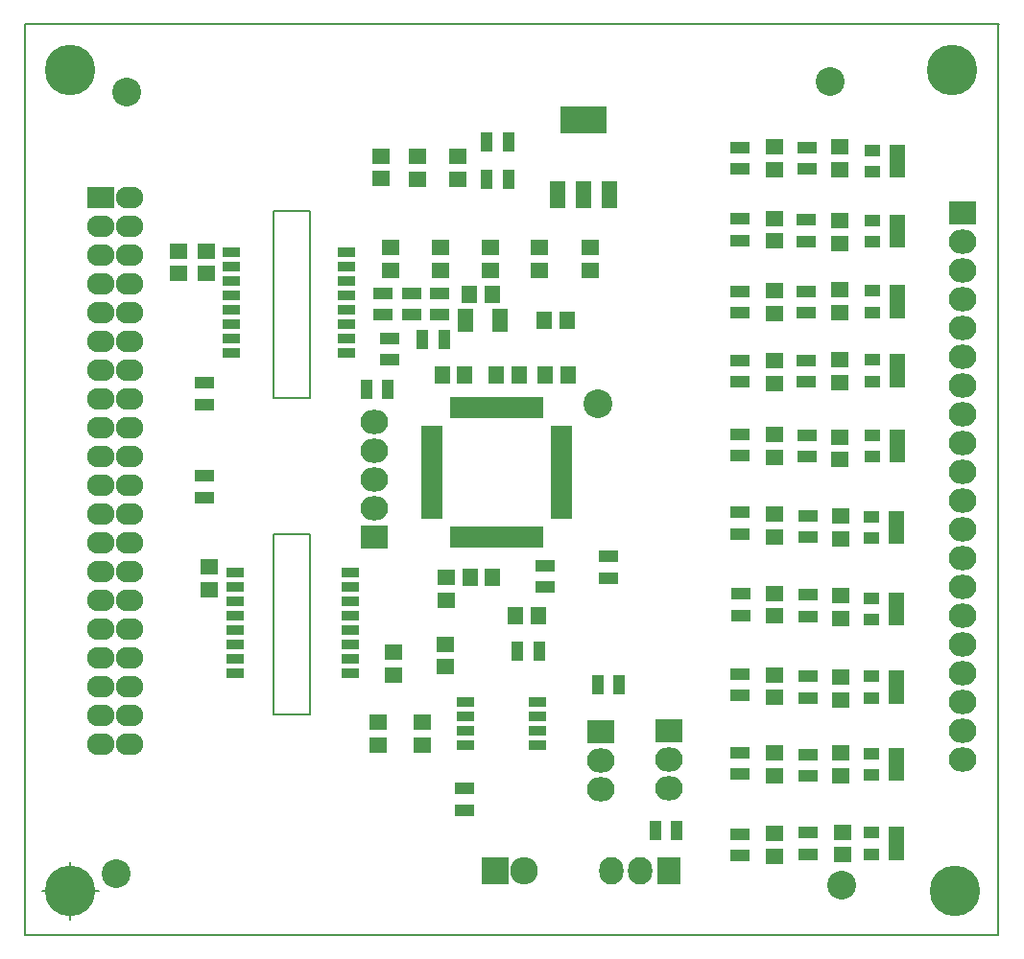
<source format=gbr>
G04 #@! TF.GenerationSoftware,KiCad,Pcbnew,(5.1.5)-3*
G04 #@! TF.CreationDate,2021-04-17T16:45:16-03:00*
G04 #@! TF.ProjectId,PonchoBiopotenciales,506f6e63-686f-4426-996f-706f74656e63,1.0*
G04 #@! TF.SameCoordinates,Original*
G04 #@! TF.FileFunction,Soldermask,Top*
G04 #@! TF.FilePolarity,Negative*
%FSLAX46Y46*%
G04 Gerber Fmt 4.6, Leading zero omitted, Abs format (unit mm)*
G04 Created by KiCad (PCBNEW (5.1.5)-3) date 2021-04-17 16:45:16*
%MOMM*%
%LPD*%
G04 APERTURE LIST*
%ADD10C,0.150000*%
%ADD11R,1.650000X1.400000*%
%ADD12R,2.400000X1.924000*%
%ADD13O,2.400000X1.924000*%
%ADD14R,2.432000X2.127200*%
%ADD15O,2.432000X2.127200*%
%ADD16R,1.543000X0.908000*%
%ADD17R,1.100000X1.700000*%
%ADD18R,1.400000X1.650000*%
%ADD19R,1.700000X1.100000*%
%ADD20R,1.460000X1.050000*%
%ADD21R,1.400000X2.000000*%
%ADD22R,2.127200X2.432000*%
%ADD23O,2.127200X2.432000*%
%ADD24C,2.540000*%
%ADD25C,4.464000*%
%ADD26R,1.900000X0.700000*%
%ADD27R,0.700000X1.900000*%
%ADD28R,4.057600X2.432000*%
%ADD29R,1.416000X2.432000*%
%ADD30R,2.432000X2.432000*%
%ADD31O,2.432000X2.432000*%
G04 APERTURE END LIST*
D10*
X125095000Y-84455000D02*
X121920000Y-84455000D01*
X125095000Y-100965000D02*
X125095000Y-84455000D01*
X121920000Y-100965000D02*
X125095000Y-100965000D01*
X121920000Y-98425000D02*
X121920000Y-100965000D01*
X121920000Y-84455000D02*
X121920000Y-98425000D01*
X125095000Y-113030000D02*
X121920000Y-113030000D01*
X125095000Y-128905000D02*
X125095000Y-113030000D01*
X124460000Y-128905000D02*
X125095000Y-128905000D01*
X121920000Y-128905000D02*
X124460000Y-128905000D01*
X121920000Y-113030000D02*
X121920000Y-128905000D01*
X105666666Y-144500000D02*
G75*
G03X105666666Y-144500000I-1666666J0D01*
G01*
X101500000Y-144500000D02*
X106500000Y-144500000D01*
X104000000Y-142000000D02*
X104000000Y-147000000D01*
X100015000Y-67920000D02*
X185880000Y-67920000D01*
X100015000Y-67920000D02*
X100015000Y-148420000D01*
X185875000Y-148420000D02*
X185875000Y-67920000D01*
X100010000Y-148420000D02*
X185875000Y-148420000D01*
D11*
X138200000Y-79650000D03*
X138200000Y-81650000D03*
D12*
X106680000Y-83320000D03*
D13*
X109220000Y-83320000D03*
X106680000Y-85860000D03*
X109220000Y-85860000D03*
X106680000Y-88400000D03*
X109220000Y-88400000D03*
X106680000Y-90940000D03*
X109220000Y-90940000D03*
X106680000Y-93480000D03*
X109220000Y-93480000D03*
X106680000Y-96020000D03*
X109220000Y-96020000D03*
X106680000Y-98560000D03*
X109220000Y-98560000D03*
X106680000Y-101100000D03*
X109220000Y-101100000D03*
X106680000Y-103640000D03*
X109220000Y-103640000D03*
X106680000Y-106180000D03*
X109220000Y-106180000D03*
X106680000Y-108720000D03*
X109220000Y-108720000D03*
X106680000Y-111260000D03*
X109220000Y-111260000D03*
X106680000Y-113800000D03*
X109220000Y-113800000D03*
X106680000Y-116340000D03*
X109220000Y-116340000D03*
X106680000Y-118880000D03*
X109220000Y-118880000D03*
X106680000Y-121420000D03*
X109220000Y-121420000D03*
X106680000Y-123960000D03*
X109220000Y-123960000D03*
X106680000Y-126500000D03*
X109220000Y-126500000D03*
X106680000Y-129040000D03*
X109220000Y-129040000D03*
X106680000Y-131580000D03*
X109220000Y-131580000D03*
D14*
X156770000Y-130400000D03*
D15*
X156770000Y-132940000D03*
X156770000Y-135480000D03*
D16*
X118500000Y-116375000D03*
X118500000Y-117645000D03*
X118500000Y-118915000D03*
X118500000Y-120185000D03*
X118500000Y-121455000D03*
X118500000Y-122725000D03*
X118500000Y-123995000D03*
X118500000Y-125265000D03*
X128660000Y-125265000D03*
X128660000Y-123995000D03*
X128660000Y-122725000D03*
X128660000Y-121455000D03*
X128660000Y-120185000D03*
X128660000Y-118915000D03*
X128660000Y-117645000D03*
X128660000Y-116375000D03*
D17*
X140750000Y-78350000D03*
X142650000Y-78350000D03*
D16*
X118200000Y-88075000D03*
X118200000Y-89345000D03*
X118200000Y-90615000D03*
X118200000Y-91885000D03*
X118200000Y-93155000D03*
X118200000Y-94425000D03*
X118200000Y-95695000D03*
X118200000Y-96965000D03*
X128360000Y-96965000D03*
X128360000Y-95695000D03*
X128360000Y-94425000D03*
X128360000Y-93155000D03*
X128360000Y-91885000D03*
X128360000Y-90615000D03*
X128360000Y-89345000D03*
X128360000Y-88075000D03*
D11*
X166080000Y-80820000D03*
X166080000Y-78820000D03*
X171880000Y-80820000D03*
X171880000Y-78820000D03*
X166080000Y-87120000D03*
X166080000Y-85120000D03*
X171880000Y-87320000D03*
X171880000Y-85320000D03*
X166080000Y-93520000D03*
X166080000Y-91520000D03*
X171880000Y-93420000D03*
X171880000Y-91420000D03*
X166080000Y-99720000D03*
X166080000Y-97720000D03*
X171880000Y-99620000D03*
X171880000Y-97620000D03*
X166080000Y-106220000D03*
X166080000Y-104220000D03*
X171880000Y-106420000D03*
X171880000Y-104420000D03*
X166080000Y-113220000D03*
X166080000Y-111220000D03*
X171980000Y-113420000D03*
X171980000Y-111420000D03*
X166080000Y-120220000D03*
X166080000Y-118220000D03*
X171980000Y-120420000D03*
X171980000Y-118420000D03*
X166080000Y-127420000D03*
X166080000Y-125420000D03*
X171980000Y-127620000D03*
X171980000Y-125620000D03*
X166080000Y-134320000D03*
X166080000Y-132320000D03*
X171980000Y-134320000D03*
X171980000Y-132320000D03*
D18*
X145780000Y-94120000D03*
X147780000Y-94120000D03*
X141580000Y-98920000D03*
X143580000Y-98920000D03*
X141200000Y-91800000D03*
X139200000Y-91800000D03*
X138780000Y-98920000D03*
X136780000Y-98920000D03*
D11*
X137140000Y-118820000D03*
X137140000Y-116820000D03*
D18*
X141250000Y-116820000D03*
X139250000Y-116820000D03*
D11*
X131380000Y-79620000D03*
X131380000Y-81620000D03*
X134650000Y-79650000D03*
X134650000Y-81650000D03*
X145380000Y-87720000D03*
X145380000Y-89720000D03*
X149880000Y-87720000D03*
X149880000Y-89720000D03*
X132280000Y-87720000D03*
X132280000Y-89720000D03*
X136680000Y-87720000D03*
X136680000Y-89720000D03*
X141080000Y-87720000D03*
X141080000Y-89720000D03*
D19*
X163080000Y-78870000D03*
X163080000Y-80770000D03*
X168980000Y-80770000D03*
X168980000Y-78870000D03*
X163080000Y-87070000D03*
X163080000Y-85170000D03*
X168880000Y-87170000D03*
X168880000Y-85270000D03*
X163080000Y-91570000D03*
X163080000Y-93470000D03*
X168880000Y-93470000D03*
X168880000Y-91570000D03*
X163080000Y-99570000D03*
X163080000Y-97670000D03*
X168880000Y-99570000D03*
X168880000Y-97670000D03*
X163080000Y-104170000D03*
X163080000Y-106070000D03*
X168980000Y-106170000D03*
X168980000Y-104270000D03*
X163080000Y-112970000D03*
X163080000Y-111070000D03*
X169080000Y-113270000D03*
X169080000Y-111370000D03*
X163180000Y-118270000D03*
X163180000Y-120170000D03*
X169080000Y-120270000D03*
X169080000Y-118370000D03*
X163080000Y-127270000D03*
X163080000Y-125370000D03*
X169080000Y-127470000D03*
X169080000Y-125570000D03*
X163080000Y-132270000D03*
X163080000Y-134170000D03*
X169080000Y-134370000D03*
X169080000Y-132470000D03*
D20*
X176930000Y-81020000D03*
X176930000Y-80070000D03*
X176930000Y-79120000D03*
X174730000Y-79120000D03*
X174730000Y-81020000D03*
X176930000Y-87220000D03*
X176930000Y-86270000D03*
X176930000Y-85320000D03*
X174730000Y-85320000D03*
X174730000Y-87220000D03*
X176930000Y-93420000D03*
X176930000Y-92470000D03*
X176930000Y-91520000D03*
X174730000Y-91520000D03*
X174730000Y-93420000D03*
X176930000Y-99520000D03*
X176930000Y-98570000D03*
X176930000Y-97620000D03*
X174730000Y-97620000D03*
X174730000Y-99520000D03*
X176980000Y-106170000D03*
X176980000Y-105220000D03*
X176980000Y-104270000D03*
X174780000Y-104270000D03*
X174780000Y-106170000D03*
X176880000Y-113370000D03*
X176880000Y-112420000D03*
X176880000Y-111470000D03*
X174680000Y-111470000D03*
X174680000Y-113370000D03*
X176880000Y-120570000D03*
X176880000Y-119620000D03*
X176880000Y-118670000D03*
X174680000Y-118670000D03*
X174680000Y-120570000D03*
X176880000Y-127470000D03*
X176880000Y-126520000D03*
X176880000Y-125570000D03*
X174680000Y-125570000D03*
X174680000Y-127470000D03*
X176880000Y-134270000D03*
X176880000Y-133320000D03*
X176880000Y-132370000D03*
X174680000Y-132370000D03*
X174680000Y-134270000D03*
D21*
X141880000Y-94120000D03*
X138880000Y-94120000D03*
D18*
X145280000Y-120220000D03*
X143280000Y-120220000D03*
D11*
X131180000Y-131620000D03*
X131180000Y-129620000D03*
D18*
X147880000Y-98920000D03*
X145880000Y-98920000D03*
D11*
X132480000Y-123420000D03*
X132480000Y-125420000D03*
X135000000Y-129600000D03*
X135000000Y-131600000D03*
D22*
X156780000Y-142720000D03*
D23*
X154240000Y-142720000D03*
X151700000Y-142720000D03*
D14*
X150780000Y-130420000D03*
D15*
X150780000Y-132960000D03*
X150780000Y-135500000D03*
D19*
X145880000Y-117670000D03*
X145880000Y-115770000D03*
D17*
X145330000Y-123320000D03*
X143430000Y-123320000D03*
D19*
X138780000Y-135470000D03*
X138780000Y-137370000D03*
X151480000Y-116870000D03*
X151480000Y-114970000D03*
D17*
X150530000Y-126320000D03*
X152430000Y-126320000D03*
X157470000Y-139180000D03*
X155570000Y-139180000D03*
D11*
X172080000Y-141320000D03*
X172080000Y-139320000D03*
X166080000Y-141420000D03*
X166080000Y-139420000D03*
D19*
X169080000Y-139370000D03*
X169080000Y-141270000D03*
X163080000Y-139470000D03*
X163080000Y-141370000D03*
D14*
X182680000Y-84620000D03*
D15*
X182680000Y-87160000D03*
X182680000Y-89700000D03*
X182680000Y-92240000D03*
X182680000Y-94780000D03*
X182680000Y-97320000D03*
X182680000Y-99860000D03*
X182680000Y-102400000D03*
X182680000Y-104940000D03*
X182680000Y-107480000D03*
X182680000Y-110020000D03*
X182680000Y-112560000D03*
X182680000Y-115100000D03*
X182680000Y-117640000D03*
X182680000Y-120180000D03*
X182680000Y-122720000D03*
X182680000Y-125260000D03*
X182680000Y-127800000D03*
X182680000Y-130340000D03*
X182680000Y-132880000D03*
D20*
X176880000Y-141270000D03*
X176880000Y-140320000D03*
X176880000Y-139370000D03*
X174680000Y-139370000D03*
X174680000Y-141270000D03*
D17*
X140750000Y-81650000D03*
X142650000Y-81650000D03*
D11*
X116000000Y-88000000D03*
X116000000Y-90000000D03*
X113500000Y-88000000D03*
X113500000Y-90000000D03*
X116200000Y-117900000D03*
X116200000Y-115900000D03*
D24*
X109000000Y-74000000D03*
X171000000Y-73000000D03*
X108000000Y-143000000D03*
X172000000Y-144000000D03*
D25*
X181800000Y-72000000D03*
X182000000Y-144500000D03*
X104000000Y-72000000D03*
X104000000Y-144500000D03*
D24*
X150500000Y-101500000D03*
D14*
X130820000Y-113270000D03*
D15*
X130820000Y-110730000D03*
X130820000Y-108190000D03*
X130820000Y-105650000D03*
X130820000Y-103110000D03*
D19*
X134100000Y-93650000D03*
X134100000Y-91750000D03*
X131600000Y-93650000D03*
X131600000Y-91750000D03*
X132150000Y-97600000D03*
X132150000Y-95700000D03*
X136600000Y-91750000D03*
X136600000Y-93650000D03*
D17*
X130100000Y-100250000D03*
X132000000Y-100250000D03*
X136950000Y-95800000D03*
X135050000Y-95800000D03*
D19*
X115800000Y-99650000D03*
X115800000Y-101550000D03*
X115800000Y-109750000D03*
X115800000Y-107850000D03*
D26*
X147280000Y-111270000D03*
X147280000Y-110770000D03*
X147280000Y-110270000D03*
X147280000Y-109770000D03*
X147280000Y-109270000D03*
X147280000Y-108770000D03*
X147280000Y-108270000D03*
X147280000Y-107770000D03*
X147280000Y-107270000D03*
X147280000Y-106770000D03*
X147280000Y-106270000D03*
X147280000Y-105770000D03*
X147280000Y-105270000D03*
X147280000Y-104770000D03*
X147280000Y-104270000D03*
X147280000Y-103770000D03*
D27*
X145330000Y-101820000D03*
X144830000Y-101820000D03*
X144330000Y-101820000D03*
X143830000Y-101820000D03*
X143330000Y-101820000D03*
X142830000Y-101820000D03*
X142330000Y-101820000D03*
X141830000Y-101820000D03*
X141330000Y-101820000D03*
X140830000Y-101820000D03*
X140330000Y-101820000D03*
X139830000Y-101820000D03*
X139330000Y-101820000D03*
X138830000Y-101820000D03*
X138330000Y-101820000D03*
X137830000Y-101820000D03*
D26*
X135880000Y-103770000D03*
X135880000Y-104270000D03*
X135880000Y-104770000D03*
X135880000Y-105270000D03*
X135880000Y-105770000D03*
X135880000Y-106270000D03*
X135880000Y-106770000D03*
X135880000Y-107270000D03*
X135880000Y-107770000D03*
X135880000Y-108270000D03*
X135880000Y-108770000D03*
X135880000Y-109270000D03*
X135880000Y-109770000D03*
X135880000Y-110270000D03*
X135880000Y-110770000D03*
X135880000Y-111270000D03*
D27*
X137830000Y-113220000D03*
X138330000Y-113220000D03*
X138830000Y-113220000D03*
X139330000Y-113220000D03*
X139830000Y-113220000D03*
X140330000Y-113220000D03*
X140830000Y-113220000D03*
X141330000Y-113220000D03*
X141830000Y-113220000D03*
X142330000Y-113220000D03*
X142830000Y-113220000D03*
X143330000Y-113220000D03*
X143830000Y-113220000D03*
X144330000Y-113220000D03*
X144830000Y-113220000D03*
X145330000Y-113220000D03*
D28*
X149280000Y-76418000D03*
D29*
X149280000Y-83022000D03*
X151566000Y-83022000D03*
X146994000Y-83022000D03*
D16*
X145155000Y-127815000D03*
X145155000Y-129085000D03*
X145155000Y-130355000D03*
X145155000Y-131625000D03*
X138805000Y-131625000D03*
X138805000Y-130355000D03*
X138805000Y-129085000D03*
X138805000Y-127815000D03*
D30*
X141510000Y-142750000D03*
D31*
X144050000Y-142750000D03*
D11*
X137080000Y-122720000D03*
X137080000Y-124720000D03*
M02*

</source>
